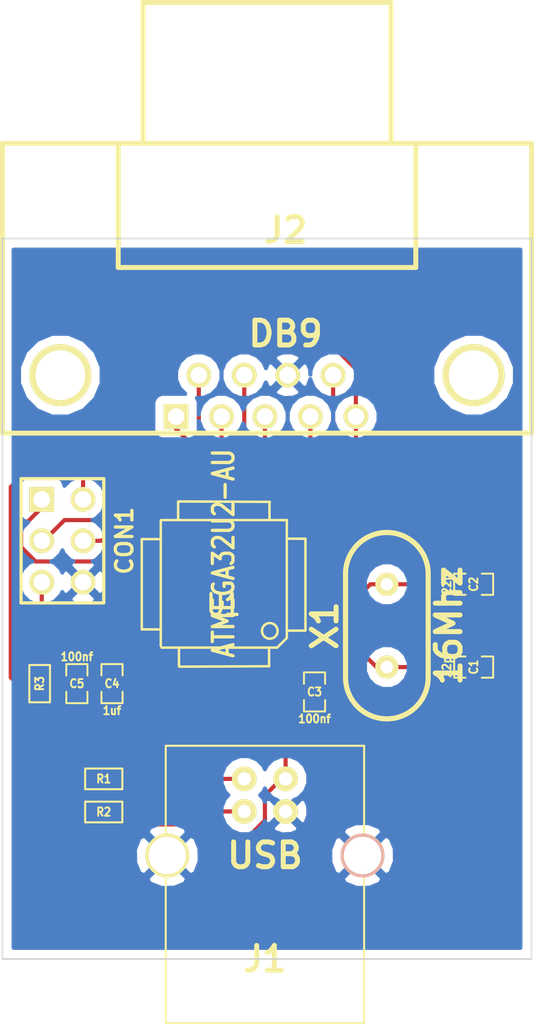
<source format=kicad_pcb>
(kicad_pcb (version 3) (host pcbnew "(22-Jun-2014 BZR 4027)-stable")

  (general
    (links 40)
    (no_connects 0)
    (area 190.703999 106.781599 239.491928 172.402501)
    (thickness 1.6)
    (drawings 9)
    (tracks 124)
    (zones 0)
    (modules 13)
    (nets 21)
  )

  (page A3)
  (layers
    (15 F.Cu signal)
    (0 B.Cu signal)
    (16 B.Adhes user)
    (17 F.Adhes user)
    (18 B.Paste user)
    (19 F.Paste user)
    (20 B.SilkS user)
    (21 F.SilkS user)
    (22 B.Mask user)
    (23 F.Mask user)
    (24 Dwgs.User user)
    (25 Cmts.User user)
    (26 Eco1.User user)
    (27 Eco2.User user)
    (28 Edge.Cuts user)
  )

  (setup
    (last_trace_width 0.254)
    (trace_clearance 0.254)
    (zone_clearance 0.508)
    (zone_45_only no)
    (trace_min 0.254)
    (segment_width 0.2)
    (edge_width 0.1)
    (via_size 0.889)
    (via_drill 0.635)
    (via_min_size 0.889)
    (via_min_drill 0.508)
    (uvia_size 0.508)
    (uvia_drill 0.127)
    (uvias_allowed no)
    (uvia_min_size 0.508)
    (uvia_min_drill 0.127)
    (pcb_text_width 0.3)
    (pcb_text_size 1.5 1.5)
    (mod_edge_width 0.15)
    (mod_text_size 1 1)
    (mod_text_width 0.15)
    (pad_size 1.5 1.5)
    (pad_drill 0.6)
    (pad_to_mask_clearance 0)
    (aux_axis_origin 0 0)
    (visible_elements FFFFFFBF)
    (pcbplotparams
      (layerselection 3178497)
      (usegerberextensions true)
      (excludeedgelayer true)
      (linewidth 0.150000)
      (plotframeref false)
      (viasonmask false)
      (mode 1)
      (useauxorigin false)
      (hpglpennumber 1)
      (hpglpenspeed 20)
      (hpglpendiameter 15)
      (hpglpenoverlay 2)
      (psnegative false)
      (psa4output false)
      (plotreference true)
      (plotvalue true)
      (plotothertext true)
      (plotinvisibletext false)
      (padsonsilk false)
      (subtractmaskfromsilk false)
      (outputformat 1)
      (mirror false)
      (drillshape 1)
      (scaleselection 1)
      (outputdirectory ""))
  )

  (net 0 "")
  (net 1 B_A_BUTTON)
  (net 2 C_START_BUTTON)
  (net 3 DOWN_Y)
  (net 4 GND)
  (net 5 LEFT_X)
  (net 6 MISO)
  (net 7 MOSI)
  (net 8 N-0000029)
  (net 9 N-000003)
  (net 10 N-0000030)
  (net 11 N-0000031)
  (net 12 N-000004)
  (net 13 N-000005)
  (net 14 N-000006)
  (net 15 RESET)
  (net 16 RIGHT_MODE)
  (net 17 SCK)
  (net 18 SELECT_CLK)
  (net 19 UP_Z)
  (net 20 VCC)

  (net_class Default "Ceci est la Netclass par défaut"
    (clearance 0.254)
    (trace_width 0.254)
    (via_dia 0.889)
    (via_drill 0.635)
    (uvia_dia 0.508)
    (uvia_drill 0.127)
    (add_net "")
    (add_net B_A_BUTTON)
    (add_net C_START_BUTTON)
    (add_net DOWN_Y)
    (add_net GND)
    (add_net LEFT_X)
    (add_net MISO)
    (add_net MOSI)
    (add_net N-0000029)
    (add_net N-000003)
    (add_net N-0000030)
    (add_net N-0000031)
    (add_net N-000004)
    (add_net N-000005)
    (add_net N-000006)
    (add_net RESET)
    (add_net RIGHT_MODE)
    (add_net SCK)
    (add_net SELECT_CLK)
    (add_net UP_Z)
    (add_net VCC)
  )

  (module USB_B (layer F.Cu) (tedit 48A935FA) (tstamp 53DD6FF2)
    (at 210.82 159.512)
    (tags USB)
    (path /53DB98C4)
    (fp_text reference J1 (at 0 6.35) (layer F.SilkS)
      (effects (font (size 1.524 1.524) (thickness 0.3048)))
    )
    (fp_text value USB (at 0 0) (layer F.SilkS)
      (effects (font (size 1.524 1.524) (thickness 0.3048)))
    )
    (fp_line (start -6.096 10.287) (end 6.096 10.287) (layer F.SilkS) (width 0.127))
    (fp_line (start 6.096 10.287) (end 6.096 -6.731) (layer F.SilkS) (width 0.127))
    (fp_line (start 6.096 -6.731) (end -6.096 -6.731) (layer F.SilkS) (width 0.127))
    (fp_line (start -6.096 -6.731) (end -6.096 10.287) (layer F.SilkS) (width 0.127))
    (pad 1 thru_hole circle (at 1.27 -4.699) (size 1.524 1.524) (drill 0.8128)
      (layers *.Cu *.Mask F.SilkS)
      (net 20 VCC)
    )
    (pad 2 thru_hole circle (at -1.27 -4.699) (size 1.524 1.524) (drill 0.8128)
      (layers *.Cu *.Mask F.SilkS)
      (net 13 N-000005)
    )
    (pad 3 thru_hole circle (at -1.27 -2.70002) (size 1.524 1.524) (drill 0.8128)
      (layers *.Cu *.Mask F.SilkS)
      (net 14 N-000006)
    )
    (pad 4 thru_hole circle (at 1.27 -2.70002) (size 1.524 1.524) (drill 0.8128)
      (layers *.Cu *.Mask F.SilkS)
      (net 4 GND)
    )
    (pad 5 np_thru_hole circle (at 5.99948 0) (size 2.70002 2.70002) (drill 2.30124)
      (layers *.Cu *.SilkS *.Mask)
      (net 4 GND)
    )
    (pad 6 thru_hole circle (at -5.99948 0) (size 2.70002 2.70002) (drill 2.30124)
      (layers *.Cu *.Mask F.SilkS)
      (net 4 GND)
    )
    (model connectors/USB_type_B.wrl
      (at (xyz 0 0 0.001))
      (scale (xyz 0.3937 0.3937 0.3937))
      (rotate (xyz 0 0 0))
    )
  )

  (module TQFP32 (layer F.Cu) (tedit 53DD7096) (tstamp 53DD7028)
    (at 208.28 142.875 180)
    (path /53DBB1ED)
    (fp_text reference U1 (at 0 -1.27 180) (layer F.SilkS)
      (effects (font (size 1.27 1.016) (thickness 0.2032)))
    )
    (fp_text value ATMEGA32U2-AU (at 0 1.905 270) (layer F.SilkS)
      (effects (font (size 1.27 1.016) (thickness 0.2032)))
    )
    (fp_line (start 5.0292 2.7686) (end 3.8862 2.7686) (layer F.SilkS) (width 0.1524))
    (fp_line (start 5.0292 -2.7686) (end 3.9116 -2.7686) (layer F.SilkS) (width 0.1524))
    (fp_line (start 5.0292 2.7686) (end 5.0292 -2.7686) (layer F.SilkS) (width 0.1524))
    (fp_line (start 2.794 3.9624) (end 2.794 5.0546) (layer F.SilkS) (width 0.1524))
    (fp_line (start -2.8194 3.9878) (end -2.8194 5.0546) (layer F.SilkS) (width 0.1524))
    (fp_line (start -2.8448 5.0546) (end 2.794 5.08) (layer F.SilkS) (width 0.1524))
    (fp_line (start -2.794 -5.0292) (end 2.7178 -5.0546) (layer F.SilkS) (width 0.1524))
    (fp_line (start -3.8862 -3.2766) (end -3.8862 3.9116) (layer F.SilkS) (width 0.1524))
    (fp_line (start 2.7432 -5.0292) (end 2.7432 -3.9878) (layer F.SilkS) (width 0.1524))
    (fp_line (start -3.2512 -3.8862) (end 3.81 -3.8862) (layer F.SilkS) (width 0.1524))
    (fp_line (start 3.8608 3.937) (end 3.8608 -3.7846) (layer F.SilkS) (width 0.1524))
    (fp_line (start -3.8862 3.937) (end 3.7338 3.937) (layer F.SilkS) (width 0.1524))
    (fp_line (start -5.0292 -2.8448) (end -5.0292 2.794) (layer F.SilkS) (width 0.1524))
    (fp_line (start -5.0292 2.794) (end -3.8862 2.794) (layer F.SilkS) (width 0.1524))
    (fp_line (start -3.87604 -3.302) (end -3.29184 -3.8862) (layer F.SilkS) (width 0.1524))
    (fp_line (start -5.02412 -2.8448) (end -3.87604 -2.8448) (layer F.SilkS) (width 0.1524))
    (fp_line (start -2.794 -3.8862) (end -2.794 -5.03428) (layer F.SilkS) (width 0.1524))
    (fp_circle (center -2.83972 -2.86004) (end -2.43332 -2.60604) (layer F.SilkS) (width 0.1524))
    (pad 8 smd rect (at -4.81584 2.77622 180) (size 1.99898 0.44958)
      (layers F.Cu F.Paste F.Mask)
      (net 5 LEFT_X)
    )
    (pad 7 smd rect (at -4.81584 1.97612 180) (size 1.99898 0.44958)
      (layers F.Cu F.Paste F.Mask)
      (net 16 RIGHT_MODE)
    )
    (pad 6 smd rect (at -4.81584 1.17602 180) (size 1.99898 0.44958)
      (layers F.Cu F.Paste F.Mask)
      (net 1 B_A_BUTTON)
    )
    (pad 5 smd rect (at -4.81584 0.37592 180) (size 1.99898 0.44958)
      (layers F.Cu F.Paste F.Mask)
    )
    (pad 4 smd rect (at -4.81584 -0.42418 180) (size 1.99898 0.44958)
      (layers F.Cu F.Paste F.Mask)
      (net 20 VCC)
    )
    (pad 3 smd rect (at -4.81584 -1.22428 180) (size 1.99898 0.44958)
      (layers F.Cu F.Paste F.Mask)
      (net 4 GND)
    )
    (pad 2 smd rect (at -4.81584 -2.02438 180) (size 1.99898 0.44958)
      (layers F.Cu F.Paste F.Mask)
      (net 10 N-0000030)
    )
    (pad 1 smd rect (at -4.81584 -2.82448 180) (size 1.99898 0.44958)
      (layers F.Cu F.Paste F.Mask)
      (net 11 N-0000031)
    )
    (pad 24 smd rect (at 4.7498 -2.8194 180) (size 1.99898 0.44958)
      (layers F.Cu F.Paste F.Mask)
      (net 15 RESET)
    )
    (pad 17 smd rect (at 4.7498 2.794 180) (size 1.99898 0.44958)
      (layers F.Cu F.Paste F.Mask)
      (net 6 MISO)
    )
    (pad 18 smd rect (at 4.7498 1.9812 180) (size 1.99898 0.44958)
      (layers F.Cu F.Paste F.Mask)
    )
    (pad 19 smd rect (at 4.7498 1.1684 180) (size 1.99898 0.44958)
      (layers F.Cu F.Paste F.Mask)
    )
    (pad 20 smd rect (at 4.7498 0.381 180) (size 1.99898 0.44958)
      (layers F.Cu F.Paste F.Mask)
    )
    (pad 21 smd rect (at 4.7498 -0.4318 180) (size 1.99898 0.44958)
      (layers F.Cu F.Paste F.Mask)
    )
    (pad 22 smd rect (at 4.7498 -1.2192 180) (size 1.99898 0.44958)
      (layers F.Cu F.Paste F.Mask)
    )
    (pad 23 smd rect (at 4.7498 -2.032 180) (size 1.99898 0.44958)
      (layers F.Cu F.Paste F.Mask)
    )
    (pad 32 smd rect (at -2.82448 -4.826 180) (size 0.44958 1.99898)
      (layers F.Cu F.Paste F.Mask)
      (net 20 VCC)
    )
    (pad 31 smd rect (at -2.02692 -4.826 180) (size 0.44958 1.99898)
      (layers F.Cu F.Paste F.Mask)
      (net 20 VCC)
    )
    (pad 30 smd rect (at -1.22428 -4.826 180) (size 0.44958 1.99898)
      (layers F.Cu F.Paste F.Mask)
      (net 12 N-000004)
    )
    (pad 29 smd rect (at -0.42672 -4.826 180) (size 0.44958 1.99898)
      (layers F.Cu F.Paste F.Mask)
      (net 8 N-0000029)
    )
    (pad 28 smd rect (at 0.37592 -4.826 180) (size 0.44958 1.99898)
      (layers F.Cu F.Paste F.Mask)
      (net 4 GND)
    )
    (pad 27 smd rect (at 1.17348 -4.826 180) (size 0.44958 1.99898)
      (layers F.Cu F.Paste F.Mask)
      (net 9 N-000003)
    )
    (pad 26 smd rect (at 1.97612 -4.826 180) (size 0.44958 1.99898)
      (layers F.Cu F.Paste F.Mask)
    )
    (pad 25 smd rect (at 2.77368 -4.826 180) (size 0.44958 1.99898)
      (layers F.Cu F.Paste F.Mask)
    )
    (pad 9 smd rect (at -2.8194 4.7752 180) (size 0.44958 1.99898)
      (layers F.Cu F.Paste F.Mask)
      (net 18 SELECT_CLK)
    )
    (pad 10 smd rect (at -2.032 4.7752 180) (size 0.44958 1.99898)
      (layers F.Cu F.Paste F.Mask)
      (net 3 DOWN_Y)
    )
    (pad 11 smd rect (at -1.2192 4.7752 180) (size 0.44958 1.99898)
      (layers F.Cu F.Paste F.Mask)
      (net 2 C_START_BUTTON)
    )
    (pad 12 smd rect (at -0.4318 4.7752 180) (size 0.44958 1.99898)
      (layers F.Cu F.Paste F.Mask)
      (net 19 UP_Z)
    )
    (pad 13 smd rect (at 0.3556 4.7752 180) (size 0.44958 1.99898)
      (layers F.Cu F.Paste F.Mask)
    )
    (pad 14 smd rect (at 1.1684 4.7752 180) (size 0.44958 1.99898)
      (layers F.Cu F.Paste F.Mask)
    )
    (pad 15 smd rect (at 1.9812 4.7752 180) (size 0.44958 1.99898)
      (layers F.Cu F.Paste F.Mask)
      (net 17 SCK)
    )
    (pad 16 smd rect (at 2.794 4.7752 180) (size 0.44958 1.99898)
      (layers F.Cu F.Paste F.Mask)
      (net 7 MOSI)
    )
    (model smd/tqfp32.wrl
      (at (xyz 0 0 0))
      (scale (xyz 1 1 1))
      (rotate (xyz 0 0 0))
    )
  )

  (module SM0603_Capa (layer F.Cu) (tedit 5051B1EC) (tstamp 53DD7034)
    (at 201.422 148.971 90)
    (path /53DC158C)
    (attr smd)
    (fp_text reference C4 (at 0 0 180) (layer F.SilkS)
      (effects (font (size 0.508 0.4572) (thickness 0.1143)))
    )
    (fp_text value 1uf (at -1.651 0 180) (layer F.SilkS)
      (effects (font (size 0.508 0.4572) (thickness 0.1143)))
    )
    (fp_line (start 0.50038 0.65024) (end 1.19888 0.65024) (layer F.SilkS) (width 0.11938))
    (fp_line (start -0.50038 0.65024) (end -1.19888 0.65024) (layer F.SilkS) (width 0.11938))
    (fp_line (start 0.50038 -0.65024) (end 1.19888 -0.65024) (layer F.SilkS) (width 0.11938))
    (fp_line (start -1.19888 -0.65024) (end -0.50038 -0.65024) (layer F.SilkS) (width 0.11938))
    (fp_line (start 1.19888 -0.635) (end 1.19888 0.635) (layer F.SilkS) (width 0.11938))
    (fp_line (start -1.19888 0.635) (end -1.19888 -0.635) (layer F.SilkS) (width 0.11938))
    (pad 1 smd rect (at -0.762 0 90) (size 0.635 1.143)
      (layers F.Cu F.Paste F.Mask)
      (net 4 GND)
    )
    (pad 2 smd rect (at 0.762 0 90) (size 0.635 1.143)
      (layers F.Cu F.Paste F.Mask)
      (net 9 N-000003)
    )
    (model smd\capacitors\C0603.wrl
      (at (xyz 0 0 0.001))
      (scale (xyz 0.5 0.5 0.5))
      (rotate (xyz 0 0 0))
    )
  )

  (module SM0603_Capa (layer F.Cu) (tedit 5051B1EC) (tstamp 53DD7040)
    (at 223.647 147.955)
    (path /53DC159B)
    (attr smd)
    (fp_text reference C1 (at 0 0 90) (layer F.SilkS)
      (effects (font (size 0.508 0.4572) (thickness 0.1143)))
    )
    (fp_text value 22p (at -1.651 0 90) (layer F.SilkS)
      (effects (font (size 0.508 0.4572) (thickness 0.1143)))
    )
    (fp_line (start 0.50038 0.65024) (end 1.19888 0.65024) (layer F.SilkS) (width 0.11938))
    (fp_line (start -0.50038 0.65024) (end -1.19888 0.65024) (layer F.SilkS) (width 0.11938))
    (fp_line (start 0.50038 -0.65024) (end 1.19888 -0.65024) (layer F.SilkS) (width 0.11938))
    (fp_line (start -1.19888 -0.65024) (end -0.50038 -0.65024) (layer F.SilkS) (width 0.11938))
    (fp_line (start 1.19888 -0.635) (end 1.19888 0.635) (layer F.SilkS) (width 0.11938))
    (fp_line (start -1.19888 0.635) (end -1.19888 -0.635) (layer F.SilkS) (width 0.11938))
    (pad 1 smd rect (at -0.762 0) (size 0.635 1.143)
      (layers F.Cu F.Paste F.Mask)
      (net 11 N-0000031)
    )
    (pad 2 smd rect (at 0.762 0) (size 0.635 1.143)
      (layers F.Cu F.Paste F.Mask)
      (net 4 GND)
    )
    (model smd\capacitors\C0603.wrl
      (at (xyz 0 0 0.001))
      (scale (xyz 0.5 0.5 0.5))
      (rotate (xyz 0 0 0))
    )
  )

  (module SM0603_Capa (layer F.Cu) (tedit 5051B1EC) (tstamp 53DD704C)
    (at 223.647 142.875)
    (path /53DC15AA)
    (attr smd)
    (fp_text reference C2 (at 0 0 90) (layer F.SilkS)
      (effects (font (size 0.508 0.4572) (thickness 0.1143)))
    )
    (fp_text value 22p (at -1.651 0 90) (layer F.SilkS)
      (effects (font (size 0.508 0.4572) (thickness 0.1143)))
    )
    (fp_line (start 0.50038 0.65024) (end 1.19888 0.65024) (layer F.SilkS) (width 0.11938))
    (fp_line (start -0.50038 0.65024) (end -1.19888 0.65024) (layer F.SilkS) (width 0.11938))
    (fp_line (start 0.50038 -0.65024) (end 1.19888 -0.65024) (layer F.SilkS) (width 0.11938))
    (fp_line (start -1.19888 -0.65024) (end -0.50038 -0.65024) (layer F.SilkS) (width 0.11938))
    (fp_line (start 1.19888 -0.635) (end 1.19888 0.635) (layer F.SilkS) (width 0.11938))
    (fp_line (start -1.19888 0.635) (end -1.19888 -0.635) (layer F.SilkS) (width 0.11938))
    (pad 1 smd rect (at -0.762 0) (size 0.635 1.143)
      (layers F.Cu F.Paste F.Mask)
      (net 10 N-0000030)
    )
    (pad 2 smd rect (at 0.762 0) (size 0.635 1.143)
      (layers F.Cu F.Paste F.Mask)
      (net 4 GND)
    )
    (model smd\capacitors\C0603.wrl
      (at (xyz 0 0 0.001))
      (scale (xyz 0.5 0.5 0.5))
      (rotate (xyz 0 0 0))
    )
  )

  (module SM0603_Capa (layer F.Cu) (tedit 5051B1EC) (tstamp 53DD7058)
    (at 213.868 149.479 90)
    (path /53DD214D)
    (attr smd)
    (fp_text reference C3 (at 0 0 180) (layer F.SilkS)
      (effects (font (size 0.508 0.4572) (thickness 0.1143)))
    )
    (fp_text value 100nf (at -1.651 0 180) (layer F.SilkS)
      (effects (font (size 0.508 0.4572) (thickness 0.1143)))
    )
    (fp_line (start 0.50038 0.65024) (end 1.19888 0.65024) (layer F.SilkS) (width 0.11938))
    (fp_line (start -0.50038 0.65024) (end -1.19888 0.65024) (layer F.SilkS) (width 0.11938))
    (fp_line (start 0.50038 -0.65024) (end 1.19888 -0.65024) (layer F.SilkS) (width 0.11938))
    (fp_line (start -1.19888 -0.65024) (end -0.50038 -0.65024) (layer F.SilkS) (width 0.11938))
    (fp_line (start 1.19888 -0.635) (end 1.19888 0.635) (layer F.SilkS) (width 0.11938))
    (fp_line (start -1.19888 0.635) (end -1.19888 -0.635) (layer F.SilkS) (width 0.11938))
    (pad 1 smd rect (at -0.762 0 90) (size 0.635 1.143)
      (layers F.Cu F.Paste F.Mask)
      (net 4 GND)
    )
    (pad 2 smd rect (at 0.762 0 90) (size 0.635 1.143)
      (layers F.Cu F.Paste F.Mask)
      (net 20 VCC)
    )
    (model smd\capacitors\C0603.wrl
      (at (xyz 0 0 0.001))
      (scale (xyz 0.5 0.5 0.5))
      (rotate (xyz 0 0 0))
    )
  )

  (module SM0603 (layer F.Cu) (tedit 53E0FB32) (tstamp 53E0FB61)
    (at 200.914 154.813 180)
    (path /53DBBAFE)
    (attr smd)
    (fp_text reference R1 (at 0 0 180) (layer F.SilkS)
      (effects (font (size 0.508 0.4572) (thickness 0.1143)))
    )
    (fp_text value 22ohms (at 0 0 180) (layer F.SilkS) hide
      (effects (font (size 0.508 0.4572) (thickness 0.1143)))
    )
    (fp_line (start -1.143 -0.635) (end 1.143 -0.635) (layer F.SilkS) (width 0.127))
    (fp_line (start 1.143 -0.635) (end 1.143 0.635) (layer F.SilkS) (width 0.127))
    (fp_line (start 1.143 0.635) (end -1.143 0.635) (layer F.SilkS) (width 0.127))
    (fp_line (start -1.143 0.635) (end -1.143 -0.635) (layer F.SilkS) (width 0.127))
    (pad 1 smd rect (at -0.762 0 180) (size 0.635 1.143)
      (layers F.Cu F.Paste F.Mask)
      (net 13 N-000005)
    )
    (pad 2 smd rect (at 0.762 0 180) (size 0.635 1.143)
      (layers F.Cu F.Paste F.Mask)
      (net 12 N-000004)
    )
    (model smd\resistors\R0603.wrl
      (at (xyz 0 0 0.001))
      (scale (xyz 0.5 0.5 0.5))
      (rotate (xyz 0 0 0))
    )
  )

  (module SM0603 (layer F.Cu) (tedit 4E43A3D1) (tstamp 53DD706C)
    (at 200.914 156.845 180)
    (path /53DBBB0D)
    (attr smd)
    (fp_text reference R2 (at 0 0 180) (layer F.SilkS)
      (effects (font (size 0.508 0.4572) (thickness 0.1143)))
    )
    (fp_text value 22ohms (at 0 0 180) (layer F.SilkS) hide
      (effects (font (size 0.508 0.4572) (thickness 0.1143)))
    )
    (fp_line (start -1.143 -0.635) (end 1.143 -0.635) (layer F.SilkS) (width 0.127))
    (fp_line (start 1.143 -0.635) (end 1.143 0.635) (layer F.SilkS) (width 0.127))
    (fp_line (start 1.143 0.635) (end -1.143 0.635) (layer F.SilkS) (width 0.127))
    (fp_line (start -1.143 0.635) (end -1.143 -0.635) (layer F.SilkS) (width 0.127))
    (pad 1 smd rect (at -0.762 0 180) (size 0.635 1.143)
      (layers F.Cu F.Paste F.Mask)
      (net 14 N-000006)
    )
    (pad 2 smd rect (at 0.762 0 180) (size 0.635 1.143)
      (layers F.Cu F.Paste F.Mask)
      (net 8 N-0000029)
    )
    (model smd\resistors\R0603.wrl
      (at (xyz 0 0 0.001))
      (scale (xyz 0.5 0.5 0.5))
      (rotate (xyz 0 0 0))
    )
  )

  (module SM0603 (layer F.Cu) (tedit 4E43A3D1) (tstamp 53DD7076)
    (at 196.977 148.971 90)
    (path /53DC1CB7)
    (attr smd)
    (fp_text reference R3 (at 0 0 90) (layer F.SilkS)
      (effects (font (size 0.508 0.4572) (thickness 0.1143)))
    )
    (fp_text value 10K (at 0 0 90) (layer F.SilkS) hide
      (effects (font (size 0.508 0.4572) (thickness 0.1143)))
    )
    (fp_line (start -1.143 -0.635) (end 1.143 -0.635) (layer F.SilkS) (width 0.127))
    (fp_line (start 1.143 -0.635) (end 1.143 0.635) (layer F.SilkS) (width 0.127))
    (fp_line (start 1.143 0.635) (end -1.143 0.635) (layer F.SilkS) (width 0.127))
    (fp_line (start -1.143 0.635) (end -1.143 -0.635) (layer F.SilkS) (width 0.127))
    (pad 1 smd rect (at -0.762 0 90) (size 0.635 1.143)
      (layers F.Cu F.Paste F.Mask)
      (net 20 VCC)
    )
    (pad 2 smd rect (at 0.762 0 90) (size 0.635 1.143)
      (layers F.Cu F.Paste F.Mask)
      (net 15 RESET)
    )
    (model smd\resistors\R0603.wrl
      (at (xyz 0 0 0.001))
      (scale (xyz 0.5 0.5 0.5))
      (rotate (xyz 0 0 0))
    )
  )

  (module pin_array_3x2 (layer F.Cu) (tedit 42931587) (tstamp 53DD7084)
    (at 198.374 140.208 270)
    (descr "Double rangee de contacts 2 x 4 pins")
    (tags CONN)
    (path /53DC1AF4)
    (fp_text reference CON1 (at 0 -3.81 270) (layer F.SilkS)
      (effects (font (size 1.016 1.016) (thickness 0.2032)))
    )
    (fp_text value AVR-ISP6 (at 0 3.81 270) (layer F.SilkS) hide
      (effects (font (size 1.016 1.016) (thickness 0.2032)))
    )
    (fp_line (start 3.81 2.54) (end -3.81 2.54) (layer F.SilkS) (width 0.2032))
    (fp_line (start -3.81 -2.54) (end 3.81 -2.54) (layer F.SilkS) (width 0.2032))
    (fp_line (start 3.81 -2.54) (end 3.81 2.54) (layer F.SilkS) (width 0.2032))
    (fp_line (start -3.81 2.54) (end -3.81 -2.54) (layer F.SilkS) (width 0.2032))
    (pad 1 thru_hole rect (at -2.54 1.27 270) (size 1.524 1.524) (drill 1.016)
      (layers *.Cu *.Mask F.SilkS)
      (net 6 MISO)
    )
    (pad 2 thru_hole circle (at -2.54 -1.27 270) (size 1.524 1.524) (drill 1.016)
      (layers *.Cu *.Mask F.SilkS)
      (net 20 VCC)
    )
    (pad 3 thru_hole circle (at 0 1.27 270) (size 1.524 1.524) (drill 1.016)
      (layers *.Cu *.Mask F.SilkS)
      (net 17 SCK)
    )
    (pad 4 thru_hole circle (at 0 -1.27 270) (size 1.524 1.524) (drill 1.016)
      (layers *.Cu *.Mask F.SilkS)
      (net 7 MOSI)
    )
    (pad 5 thru_hole circle (at 2.54 1.27 270) (size 1.524 1.524) (drill 1.016)
      (layers *.Cu *.Mask F.SilkS)
      (net 15 RESET)
    )
    (pad 6 thru_hole circle (at 2.54 -1.27 270) (size 1.524 1.524) (drill 1.016)
      (layers *.Cu *.Mask F.SilkS)
      (net 4 GND)
    )
    (model pin_array/pins_array_3x2.wrl
      (at (xyz 0 0 0))
      (scale (xyz 1 1 1))
      (rotate (xyz 0 0 0))
    )
  )

  (module HC-49V (layer F.Cu) (tedit 4C5EC450) (tstamp 53DD7090)
    (at 218.313 145.415 90)
    (descr "Quartz boitier HC-49 Vertical")
    (tags "QUARTZ DEV")
    (path /53DBBAE1)
    (autoplace_cost180 10)
    (fp_text reference X1 (at 0 -3.81 90) (layer F.SilkS)
      (effects (font (size 1.524 1.524) (thickness 0.3048)))
    )
    (fp_text value 16Mhz (at 0 3.81 90) (layer F.SilkS)
      (effects (font (size 1.524 1.524) (thickness 0.3048)))
    )
    (fp_line (start -3.175 2.54) (end 3.175 2.54) (layer F.SilkS) (width 0.3175))
    (fp_line (start -3.175 -2.54) (end 3.175 -2.54) (layer F.SilkS) (width 0.3175))
    (fp_arc (start 3.175 0) (end 3.175 -2.54) (angle 90) (layer F.SilkS) (width 0.3175))
    (fp_arc (start 3.175 0) (end 5.715 0) (angle 90) (layer F.SilkS) (width 0.3175))
    (fp_arc (start -3.175 0) (end -5.715 0) (angle 90) (layer F.SilkS) (width 0.3175))
    (fp_arc (start -3.175 0) (end -3.175 2.54) (angle 90) (layer F.SilkS) (width 0.3175))
    (pad 1 thru_hole circle (at -2.54 0 90) (size 1.4224 1.4224) (drill 0.762)
      (layers *.Cu *.Mask F.SilkS)
      (net 11 N-0000031)
    )
    (pad 2 thru_hole circle (at 2.54 0 90) (size 1.4224 1.4224) (drill 0.762)
      (layers *.Cu *.Mask F.SilkS)
      (net 10 N-0000030)
    )
    (model discret/xtal/crystal_hc18u_vertical.wrl
      (at (xyz 0 0 0))
      (scale (xyz 1 1 0.2))
      (rotate (xyz 0 0 0))
    )
  )

  (module SM0603_Capa (layer F.Cu) (tedit 5051B1EC) (tstamp 53DE7E6D)
    (at 199.263 148.971 270)
    (path /53DE7D03)
    (attr smd)
    (fp_text reference C5 (at 0 0 360) (layer F.SilkS)
      (effects (font (size 0.508 0.4572) (thickness 0.1143)))
    )
    (fp_text value 100nf (at -1.651 0 360) (layer F.SilkS)
      (effects (font (size 0.508 0.4572) (thickness 0.1143)))
    )
    (fp_line (start 0.50038 0.65024) (end 1.19888 0.65024) (layer F.SilkS) (width 0.11938))
    (fp_line (start -0.50038 0.65024) (end -1.19888 0.65024) (layer F.SilkS) (width 0.11938))
    (fp_line (start 0.50038 -0.65024) (end 1.19888 -0.65024) (layer F.SilkS) (width 0.11938))
    (fp_line (start -1.19888 -0.65024) (end -0.50038 -0.65024) (layer F.SilkS) (width 0.11938))
    (fp_line (start 1.19888 -0.635) (end 1.19888 0.635) (layer F.SilkS) (width 0.11938))
    (fp_line (start -1.19888 0.635) (end -1.19888 -0.635) (layer F.SilkS) (width 0.11938))
    (pad 1 smd rect (at -0.762 0 270) (size 0.635 1.143)
      (layers F.Cu F.Paste F.Mask)
      (net 15 RESET)
    )
    (pad 2 smd rect (at 0.762 0 270) (size 0.635 1.143)
      (layers F.Cu F.Paste F.Mask)
      (net 4 GND)
    )
    (model smd\capacitors\C0603.wrl
      (at (xyz 0 0 0.001))
      (scale (xyz 0.5 0.5 0.5))
      (rotate (xyz 0 0 0))
    )
  )

  (module DB9FC (layer F.Cu) (tedit 200000) (tstamp 53DEF440)
    (at 210.82 131.318)
    (descr "Connecteur DB9 femelle couche")
    (tags "CONN DB9")
    (path /53DEED88)
    (fp_text reference J2 (at 1.27 -10.16) (layer F.SilkS)
      (effects (font (size 1.524 1.524) (thickness 0.3048)))
    )
    (fp_text value DB9 (at 1.27 -3.81) (layer F.SilkS)
      (effects (font (size 1.524 1.524) (thickness 0.3048)))
    )
    (fp_line (start -16.129 2.286) (end 16.383 2.286) (layer F.SilkS) (width 0.3048))
    (fp_line (start 16.383 2.286) (end 16.383 -15.494) (layer F.SilkS) (width 0.3048))
    (fp_line (start 16.383 -15.494) (end -16.129 -15.494) (layer F.SilkS) (width 0.3048))
    (fp_line (start -16.129 -15.494) (end -16.129 2.286) (layer F.SilkS) (width 0.3048))
    (fp_line (start -9.017 -15.494) (end -9.017 -7.874) (layer F.SilkS) (width 0.3048))
    (fp_line (start -9.017 -7.874) (end 9.271 -7.874) (layer F.SilkS) (width 0.3048))
    (fp_line (start 9.271 -7.874) (end 9.271 -15.494) (layer F.SilkS) (width 0.3048))
    (fp_line (start -7.493 -15.494) (end -7.493 -24.13) (layer F.SilkS) (width 0.3048))
    (fp_line (start -7.493 -24.13) (end 7.747 -24.13) (layer F.SilkS) (width 0.3048))
    (fp_line (start 7.747 -24.13) (end 7.747 -15.494) (layer F.SilkS) (width 0.3048))
    (pad "" thru_hole circle (at 12.827 -1.27) (size 3.81 3.81) (drill 3.048)
      (layers *.Cu *.Mask F.SilkS)
    )
    (pad "" thru_hole circle (at -12.573 -1.27) (size 3.81 3.81) (drill 3.048)
      (layers *.Cu *.Mask F.SilkS)
    )
    (pad 1 thru_hole rect (at -5.461 1.27) (size 1.524 1.524) (drill 1.016)
      (layers *.Cu *.Mask F.SilkS)
      (net 19 UP_Z)
    )
    (pad 2 thru_hole circle (at -2.667 1.27) (size 1.524 1.524) (drill 1.016)
      (layers *.Cu *.Mask F.SilkS)
      (net 3 DOWN_Y)
    )
    (pad 3 thru_hole circle (at 0 1.27) (size 1.524 1.524) (drill 1.016)
      (layers *.Cu *.Mask F.SilkS)
      (net 5 LEFT_X)
    )
    (pad 4 thru_hole circle (at 2.794 1.27) (size 1.524 1.524) (drill 1.016)
      (layers *.Cu *.Mask F.SilkS)
      (net 16 RIGHT_MODE)
    )
    (pad 5 thru_hole circle (at 5.588 1.27) (size 1.524 1.524) (drill 1.016)
      (layers *.Cu *.Mask F.SilkS)
      (net 20 VCC)
    )
    (pad 6 thru_hole circle (at -4.064 -1.27) (size 1.524 1.524) (drill 1.016)
      (layers *.Cu *.Mask F.SilkS)
      (net 2 C_START_BUTTON)
    )
    (pad 7 thru_hole circle (at -1.27 -1.27) (size 1.524 1.524) (drill 1.016)
      (layers *.Cu *.Mask F.SilkS)
      (net 18 SELECT_CLK)
    )
    (pad 8 thru_hole circle (at 1.397 -1.27) (size 1.524 1.524) (drill 1.016)
      (layers *.Cu *.Mask F.SilkS)
      (net 4 GND)
    )
    (pad 9 thru_hole circle (at 4.191 -1.27) (size 1.524 1.524) (drill 1.016)
      (layers *.Cu *.Mask F.SilkS)
      (net 1 B_A_BUTTON)
    )
    (model conn_DBxx/db9_female_pin90deg.wrl
      (at (xyz 0 0 0))
      (scale (xyz 1 1 1))
      (rotate (xyz 0 0 0))
    )
  )

  (gr_line (start 194.691 121.666) (end 194.691 121.793) (angle 90) (layer Edge.Cuts) (width 0.1))
  (gr_line (start 227.203 121.666) (end 194.691 121.666) (angle 90) (layer Edge.Cuts) (width 0.1))
  (gr_line (start 227.203 121.793) (end 227.203 121.666) (angle 90) (layer Edge.Cuts) (width 0.1))
  (gr_line (start 227.203 165.862) (end 227.203 121.793) (angle 90) (layer Edge.Cuts) (width 0.1))
  (gr_line (start 194.691 165.862) (end 227.203 165.862) (angle 90) (layer Edge.Cuts) (width 0.1))
  (gr_line (start 194.691 121.666) (end 194.691 165.862) (angle 90) (layer Edge.Cuts) (width 0.1))
  (gr_text "Copyright 2014 antoine terrienne" (at 223.774 158.877 90) (layer F.Cu)
    (effects (font (size 0.5 0.5) (thickness 0.125)))
  )
  (gr_text https://github.com/letoine/MegadriveControllerToUSB (at 226.187 154.94 90) (layer F.Cu)
    (effects (font (size 0.5 0.5) (thickness 0.125)))
  )
  (gr_text "MegadriveControllerToUSB v1.0" (at 225.044 159.385 90) (layer F.Cu)
    (effects (font (size 0.5 0.5) (thickness 0.125)))
  )

  (segment (start 213.09584 141.69898) (end 214.40902 141.69898) (width 0.254) (layer F.Cu) (net 1))
  (segment (start 215.011 134.239) (end 215.011 130.048) (width 0.254) (layer F.Cu) (net 1) (tstamp 53E0FDFF))
  (segment (start 215.265 134.493) (end 215.011 134.239) (width 0.254) (layer F.Cu) (net 1) (tstamp 53E0FDFC))
  (segment (start 215.265 140.843) (end 215.265 134.493) (width 0.254) (layer F.Cu) (net 1) (tstamp 53E0FDF6))
  (segment (start 214.40902 141.69898) (end 215.265 140.843) (width 0.254) (layer F.Cu) (net 1) (tstamp 53E0FDF5))
  (segment (start 209.4992 138.0998) (end 209.4992 136.4742) (width 0.254) (layer F.Cu) (net 2))
  (segment (start 206.756 133.731) (end 206.756 130.048) (width 0.254) (layer F.Cu) (net 2) (tstamp 53E0FDC2))
  (segment (start 209.4992 136.4742) (end 206.756 133.731) (width 0.254) (layer F.Cu) (net 2) (tstamp 53E0FDB9))
  (segment (start 210.312 138.0998) (end 210.312 136.398) (width 0.254) (layer F.Cu) (net 3))
  (segment (start 208.153 134.239) (end 208.153 132.588) (width 0.254) (layer F.Cu) (net 3) (tstamp 53E0FDCB))
  (segment (start 210.312 136.398) (end 208.153 134.239) (width 0.254) (layer F.Cu) (net 3) (tstamp 53E0FDC6))
  (segment (start 213.09584 144.09928) (end 215.05672 144.09928) (width 0.254) (layer F.Cu) (net 4))
  (segment (start 224.409 141.732) (end 224.409 142.875) (width 0.254) (layer F.Cu) (net 4) (tstamp 53E0FD12))
  (segment (start 224.155 141.478) (end 224.409 141.732) (width 0.254) (layer F.Cu) (net 4) (tstamp 53E0FD0F))
  (segment (start 217.678 141.478) (end 224.155 141.478) (width 0.254) (layer F.Cu) (net 4) (tstamp 53E0FD0B))
  (segment (start 215.05672 144.09928) (end 217.678 141.478) (width 0.254) (layer F.Cu) (net 4) (tstamp 53E0FD06))
  (segment (start 207.90408 147.701) (end 207.90408 146.29892) (width 0.254) (layer F.Cu) (net 4))
  (segment (start 210.10372 144.09928) (end 213.09584 144.09928) (width 0.254) (layer F.Cu) (net 4) (tstamp 53E0FD02))
  (segment (start 207.90408 146.29892) (end 210.10372 144.09928) (width 0.254) (layer F.Cu) (net 4) (tstamp 53E0FCFE))
  (segment (start 207.90408 147.701) (end 207.90408 149.34692) (width 0.254) (layer F.Cu) (net 4))
  (segment (start 203.073 149.733) (end 201.422 149.733) (width 0.254) (layer F.Cu) (net 4) (tstamp 53E0FCDF))
  (segment (start 203.327 149.987) (end 203.073 149.733) (width 0.254) (layer F.Cu) (net 4) (tstamp 53E0FCDB))
  (segment (start 207.264 149.987) (end 203.327 149.987) (width 0.254) (layer F.Cu) (net 4) (tstamp 53E0FCD4))
  (segment (start 207.90408 149.34692) (end 207.264 149.987) (width 0.254) (layer F.Cu) (net 4) (tstamp 53E0FCD2))
  (segment (start 199.263 149.733) (end 201.422 149.733) (width 0.254) (layer F.Cu) (net 4))
  (segment (start 224.409 147.955) (end 224.409 142.875) (width 0.254) (layer F.Cu) (net 4))
  (segment (start 213.868 150.241) (end 223.266 150.241) (width 0.254) (layer F.Cu) (net 4))
  (segment (start 224.409 149.098) (end 224.409 147.955) (width 0.254) (layer F.Cu) (net 4) (tstamp 53E0FC3B))
  (segment (start 223.266 150.241) (end 224.409 149.098) (width 0.254) (layer F.Cu) (net 4) (tstamp 53E0FC38))
  (segment (start 213.868 150.241) (end 213.868 155.03398) (width 0.254) (layer F.Cu) (net 4))
  (segment (start 213.868 155.03398) (end 212.09 156.81198) (width 0.254) (layer F.Cu) (net 4) (tstamp 53E0FC34))
  (segment (start 213.09584 140.09878) (end 213.09584 137.53084) (width 0.254) (layer F.Cu) (net 5))
  (segment (start 210.82 135.255) (end 210.82 132.588) (width 0.254) (layer F.Cu) (net 5) (tstamp 53E0FDDD))
  (segment (start 213.09584 137.53084) (end 210.82 135.255) (width 0.254) (layer F.Cu) (net 5) (tstamp 53E0FDD7))
  (segment (start 197.104 137.668) (end 197.104 138.176) (width 0.254) (layer F.Cu) (net 6))
  (segment (start 201.93 140.081) (end 203.5302 140.081) (width 0.254) (layer F.Cu) (net 6) (tstamp 53E0FD65))
  (segment (start 200.533 141.478) (end 201.93 140.081) (width 0.254) (layer F.Cu) (net 6) (tstamp 53E0FD62))
  (segment (start 196.723 141.478) (end 200.533 141.478) (width 0.254) (layer F.Cu) (net 6) (tstamp 53E0FD5B))
  (segment (start 195.834 140.589) (end 196.723 141.478) (width 0.254) (layer F.Cu) (net 6) (tstamp 53E0FD52))
  (segment (start 195.834 139.446) (end 195.834 140.589) (width 0.254) (layer F.Cu) (net 6) (tstamp 53E0FD4F))
  (segment (start 197.104 138.176) (end 195.834 139.446) (width 0.254) (layer F.Cu) (net 6) (tstamp 53E0FD49))
  (segment (start 199.644 140.208) (end 200.787 140.208) (width 0.254) (layer F.Cu) (net 7))
  (segment (start 202.8952 138.0998) (end 205.486 138.0998) (width 0.254) (layer F.Cu) (net 7) (tstamp 53E0FD75))
  (segment (start 200.787 140.208) (end 202.8952 138.0998) (width 0.254) (layer F.Cu) (net 7) (tstamp 53E0FD6C))
  (segment (start 200.152 156.845) (end 199.898 156.845) (width 0.254) (layer F.Cu) (net 8))
  (segment (start 208.70672 152.48128) (end 208.70672 147.701) (width 0.254) (layer F.Cu) (net 8) (tstamp 53E0FBD8))
  (segment (start 208.28 152.908) (end 208.70672 152.48128) (width 0.254) (layer F.Cu) (net 8) (tstamp 53E0FBD7))
  (segment (start 200.406 152.908) (end 208.28 152.908) (width 0.254) (layer F.Cu) (net 8) (tstamp 53E0FBD3))
  (segment (start 199.136 154.178) (end 200.406 152.908) (width 0.254) (layer F.Cu) (net 8) (tstamp 53E0FBCF))
  (segment (start 199.136 156.083) (end 199.136 154.178) (width 0.254) (layer F.Cu) (net 8) (tstamp 53E0FBCB))
  (segment (start 199.898 156.845) (end 199.136 156.083) (width 0.254) (layer F.Cu) (net 8) (tstamp 53E0FBC8))
  (segment (start 201.422 148.209) (end 202.946 148.209) (width 0.254) (layer F.Cu) (net 9))
  (segment (start 207.10652 148.87448) (end 207.10652 147.701) (width 0.254) (layer F.Cu) (net 9) (tstamp 53E0FCCD))
  (segment (start 206.629 149.352) (end 207.10652 148.87448) (width 0.254) (layer F.Cu) (net 9) (tstamp 53E0FCCC))
  (segment (start 204.089 149.352) (end 206.629 149.352) (width 0.254) (layer F.Cu) (net 9) (tstamp 53E0FCC8))
  (segment (start 202.946 148.209) (end 204.089 149.352) (width 0.254) (layer F.Cu) (net 9) (tstamp 53E0FCBF))
  (segment (start 218.313 142.875) (end 217.297 142.875) (width 0.254) (layer F.Cu) (net 10))
  (segment (start 215.27262 144.89938) (end 213.09584 144.89938) (width 0.254) (layer F.Cu) (net 10) (tstamp 53E0FC4B))
  (segment (start 217.297 142.875) (end 215.27262 144.89938) (width 0.254) (layer F.Cu) (net 10) (tstamp 53E0FC45))
  (segment (start 222.885 142.875) (end 218.313 142.875) (width 0.254) (layer F.Cu) (net 10))
  (segment (start 218.313 147.955) (end 217.678 147.955) (width 0.254) (layer F.Cu) (net 11))
  (segment (start 215.42248 145.69948) (end 213.09584 145.69948) (width 0.254) (layer F.Cu) (net 11) (tstamp 53E0FC50))
  (segment (start 217.678 147.955) (end 215.42248 145.69948) (width 0.254) (layer F.Cu) (net 11) (tstamp 53E0FC4F))
  (segment (start 222.885 147.955) (end 218.313 147.955) (width 0.254) (layer F.Cu) (net 11))
  (segment (start 200.152 154.813) (end 200.152 154.051) (width 0.254) (layer F.Cu) (net 12))
  (segment (start 209.50428 152.82672) (end 209.50428 147.701) (width 0.254) (layer F.Cu) (net 12) (tstamp 53E0FBC5))
  (segment (start 208.788 153.543) (end 209.50428 152.82672) (width 0.254) (layer F.Cu) (net 12) (tstamp 53E0FBC4))
  (segment (start 200.66 153.543) (end 208.788 153.543) (width 0.254) (layer F.Cu) (net 12) (tstamp 53E0FBC3))
  (segment (start 200.152 154.051) (end 200.66 153.543) (width 0.254) (layer F.Cu) (net 12) (tstamp 53E0FBC2))
  (segment (start 209.55 154.813) (end 201.676 154.813) (width 0.254) (layer F.Cu) (net 13))
  (segment (start 209.55 156.81198) (end 201.70902 156.81198) (width 0.254) (layer F.Cu) (net 14))
  (segment (start 201.70902 156.81198) (end 201.676 156.845) (width 0.254) (layer F.Cu) (net 14) (tstamp 53E0FBBF))
  (segment (start 197.104 142.748) (end 197.104 148.082) (width 0.254) (layer F.Cu) (net 15))
  (segment (start 197.104 148.082) (end 196.977 148.209) (width 0.254) (layer F.Cu) (net 15) (tstamp 53E0FCAE))
  (segment (start 196.977 148.209) (end 199.263 148.209) (width 0.254) (layer F.Cu) (net 15))
  (segment (start 199.263 148.209) (end 201.7776 145.6944) (width 0.254) (layer F.Cu) (net 15) (tstamp 53E0FC5D))
  (segment (start 201.7776 145.6944) (end 203.5302 145.6944) (width 0.254) (layer F.Cu) (net 15) (tstamp 53E0FC5E))
  (segment (start 213.09584 140.89888) (end 214.44712 140.89888) (width 0.254) (layer F.Cu) (net 16))
  (segment (start 213.614 136.779) (end 213.614 132.588) (width 0.254) (layer F.Cu) (net 16) (tstamp 53E0FDF1))
  (segment (start 214.63 137.795) (end 213.614 136.779) (width 0.254) (layer F.Cu) (net 16) (tstamp 53E0FDEB))
  (segment (start 214.63 140.716) (end 214.63 137.795) (width 0.254) (layer F.Cu) (net 16) (tstamp 53E0FDE6))
  (segment (start 214.44712 140.89888) (end 214.63 140.716) (width 0.254) (layer F.Cu) (net 16) (tstamp 53E0FDE1))
  (segment (start 197.104 140.208) (end 197.231 140.208) (width 0.254) (layer F.Cu) (net 17))
  (segment (start 206.2988 136.9568) (end 206.2988 138.0998) (width 0.254) (layer F.Cu) (net 17) (tstamp 53E0FD8A))
  (segment (start 205.74 136.398) (end 206.2988 136.9568) (width 0.254) (layer F.Cu) (net 17) (tstamp 53E0FD89))
  (segment (start 203.708 136.398) (end 205.74 136.398) (width 0.254) (layer F.Cu) (net 17) (tstamp 53E0FD85))
  (segment (start 201.168 138.938) (end 203.708 136.398) (width 0.254) (layer F.Cu) (net 17) (tstamp 53E0FD80))
  (segment (start 198.501 138.938) (end 201.168 138.938) (width 0.254) (layer F.Cu) (net 17) (tstamp 53E0FD7C))
  (segment (start 197.231 140.208) (end 198.501 138.938) (width 0.254) (layer F.Cu) (net 17) (tstamp 53E0FD7A))
  (segment (start 211.0994 138.0998) (end 211.0994 136.2964) (width 0.254) (layer F.Cu) (net 18))
  (segment (start 209.55 134.747) (end 209.55 130.048) (width 0.254) (layer F.Cu) (net 18) (tstamp 53E0FDD3))
  (segment (start 211.0994 136.2964) (end 209.55 134.747) (width 0.254) (layer F.Cu) (net 18) (tstamp 53E0FDD0))
  (segment (start 208.7118 138.0998) (end 208.7118 136.7028) (width 0.254) (layer F.Cu) (net 19))
  (segment (start 205.359 133.35) (end 205.359 132.588) (width 0.254) (layer F.Cu) (net 19) (tstamp 53E0FDB2))
  (segment (start 208.7118 136.7028) (end 205.359 133.35) (width 0.254) (layer F.Cu) (net 19) (tstamp 53E0FDAC))
  (segment (start 196.977 149.733) (end 196.342 149.733) (width 0.254) (layer F.Cu) (net 20))
  (segment (start 196.977 135.128) (end 199.644 135.128) (width 0.254) (layer F.Cu) (net 20) (tstamp 53E0FEAC))
  (segment (start 195.199 136.906) (end 196.977 135.128) (width 0.254) (layer F.Cu) (net 20) (tstamp 53E0FEA7))
  (segment (start 195.199 148.59) (end 195.199 136.906) (width 0.254) (layer F.Cu) (net 20) (tstamp 53E0FE98))
  (segment (start 196.342 149.733) (end 195.199 148.59) (width 0.254) (layer F.Cu) (net 20) (tstamp 53E0FE96))
  (segment (start 212.09 154.813) (end 211.836 154.813) (width 0.254) (layer F.Cu) (net 20))
  (segment (start 196.977 156.083) (end 196.977 149.733) (width 0.254) (layer F.Cu) (net 20) (tstamp 53E0FE83))
  (segment (start 199.136 158.242) (end 196.977 156.083) (width 0.254) (layer F.Cu) (net 20) (tstamp 53E0FE77))
  (segment (start 203.2 158.242) (end 199.136 158.242) (width 0.254) (layer F.Cu) (net 20) (tstamp 53E0FE68))
  (segment (start 203.835 157.607) (end 203.2 158.242) (width 0.254) (layer F.Cu) (net 20) (tstamp 53E0FE63))
  (segment (start 205.994 157.607) (end 203.835 157.607) (width 0.254) (layer F.Cu) (net 20) (tstamp 53E0FE5F))
  (segment (start 206.629 158.242) (end 205.994 157.607) (width 0.254) (layer F.Cu) (net 20) (tstamp 53E0FE5D))
  (segment (start 209.931 158.242) (end 206.629 158.242) (width 0.254) (layer F.Cu) (net 20) (tstamp 53E0FE58))
  (segment (start 210.82 157.353) (end 209.931 158.242) (width 0.254) (layer F.Cu) (net 20) (tstamp 53E0FE54))
  (segment (start 210.82 155.829) (end 210.82 157.353) (width 0.254) (layer F.Cu) (net 20) (tstamp 53E0FE4C))
  (segment (start 211.836 154.813) (end 210.82 155.829) (width 0.254) (layer F.Cu) (net 20) (tstamp 53E0FE3C))
  (segment (start 216.408 132.588) (end 216.408 129.667) (width 0.254) (layer F.Cu) (net 20))
  (segment (start 216.408 129.667) (end 215.392 128.651) (width 0.254) (layer F.Cu) (net 20) (tstamp 53E0FE0B))
  (segment (start 215.392 128.651) (end 206.121 128.651) (width 0.254) (layer F.Cu) (net 20) (tstamp 53E0FE0E))
  (segment (start 206.121 128.651) (end 199.644 135.128) (width 0.254) (layer F.Cu) (net 20) (tstamp 53E0FE12))
  (segment (start 199.644 135.128) (end 199.644 137.668) (width 0.254) (layer F.Cu) (net 20) (tstamp 53E0FE28))
  (segment (start 213.09584 143.29918) (end 214.33282 143.29918) (width 0.254) (layer F.Cu) (net 20))
  (segment (start 216.408 141.224) (end 216.408 132.588) (width 0.254) (layer F.Cu) (net 20) (tstamp 53E0FE07))
  (segment (start 214.33282 143.29918) (end 216.408 141.224) (width 0.254) (layer F.Cu) (net 20) (tstamp 53E0FE02))
  (segment (start 211.10448 147.701) (end 212.852 147.701) (width 0.254) (layer F.Cu) (net 20))
  (segment (start 212.852 147.701) (end 213.868 148.717) (width 0.254) (layer F.Cu) (net 20) (tstamp 53E0FC30))
  (segment (start 211.10448 147.701) (end 210.30692 147.701) (width 0.254) (layer F.Cu) (net 20))
  (segment (start 212.09 154.813) (end 212.09 148.68652) (width 0.254) (layer F.Cu) (net 20))
  (segment (start 212.09 148.68652) (end 211.10448 147.701) (width 0.254) (layer F.Cu) (net 20) (tstamp 53E0FBDD))

  (zone (net 4) (net_name GND) (layer B.Cu) (tstamp 53E0FED3) (hatch edge 0.508)
    (connect_pads (clearance 0.508))
    (min_thickness 0.254)
    (fill (arc_segments 16) (thermal_gap 0.508) (thermal_bridge_width 0.508))
    (polygon
      (pts
        (xy 194.818 165.735) (xy 227.076 165.735) (xy 226.949 121.92) (xy 194.818 121.793)
      )
    )
    (filled_polygon
      (pts
        (xy 226.518 165.177) (xy 226.187439 165.177) (xy 226.187439 129.544979) (xy 225.801562 128.611086) (xy 225.087673 127.895949)
        (xy 224.154454 127.508442) (xy 223.143979 127.507561) (xy 222.210086 127.893438) (xy 221.494949 128.607327) (xy 221.107442 129.540546)
        (xy 221.106561 130.551021) (xy 221.492438 131.484914) (xy 222.206327 132.200051) (xy 223.139546 132.587558) (xy 224.150021 132.588439)
        (xy 225.083914 132.202562) (xy 225.799051 131.488673) (xy 226.186558 130.555454) (xy 226.187439 129.544979) (xy 226.187439 165.177)
        (xy 219.659433 165.177) (xy 219.659433 147.688399) (xy 219.659433 142.608399) (xy 219.454918 142.113436) (xy 219.076556 141.734413)
        (xy 218.58195 141.529035) (xy 218.046399 141.528567) (xy 217.805241 141.628211) (xy 217.805241 132.311339) (xy 217.593009 131.797697)
        (xy 217.20037 131.404372) (xy 216.687099 131.191244) (xy 216.408241 131.191) (xy 216.408241 129.771339) (xy 216.196009 129.257697)
        (xy 215.80337 128.864372) (xy 215.290099 128.651244) (xy 214.734339 128.650759) (xy 214.220697 128.862991) (xy 213.827372 129.25563)
        (xy 213.614244 129.768901) (xy 213.61403 130.013702) (xy 213.59836 129.700631) (xy 213.439396 129.316858) (xy 213.197212 129.247393)
        (xy 213.017607 129.426998) (xy 213.017607 129.067788) (xy 212.948142 128.825604) (xy 212.424696 128.638857) (xy 211.869631 128.66664)
        (xy 211.485858 128.825604) (xy 211.416393 129.067788) (xy 212.217 129.868395) (xy 213.017607 129.067788) (xy 213.017607 129.426998)
        (xy 212.396605 130.048) (xy 213.197212 130.848607) (xy 213.439396 130.779142) (xy 213.613788 130.290323) (xy 213.613759 130.324661)
        (xy 213.825991 130.838303) (xy 214.21863 131.231628) (xy 214.731901 131.444756) (xy 215.287661 131.445241) (xy 215.801303 131.233009)
        (xy 216.194628 130.84037) (xy 216.407756 130.327099) (xy 216.408241 129.771339) (xy 216.408241 131.191) (xy 216.131339 131.190759)
        (xy 215.617697 131.402991) (xy 215.224372 131.79563) (xy 215.011244 132.308901) (xy 215.011241 132.311339) (xy 214.799009 131.797697)
        (xy 214.40637 131.404372) (xy 213.893099 131.191244) (xy 213.337339 131.190759) (xy 213.017607 131.322869) (xy 213.017607 131.028212)
        (xy 212.217 130.227605) (xy 211.416393 131.028212) (xy 211.485858 131.270396) (xy 212.009304 131.457143) (xy 212.564369 131.42936)
        (xy 212.948142 131.270396) (xy 213.017607 131.028212) (xy 213.017607 131.322869) (xy 212.823697 131.402991) (xy 212.430372 131.79563)
        (xy 212.217244 132.308901) (xy 212.217241 132.311339) (xy 212.005009 131.797697) (xy 211.61237 131.404372) (xy 211.099099 131.191244)
        (xy 210.543339 131.190759) (xy 210.029697 131.402991) (xy 209.636372 131.79563) (xy 209.486394 132.156817) (xy 209.338009 131.797697)
        (xy 208.94537 131.404372) (xy 208.432099 131.191244) (xy 207.876339 131.190759) (xy 207.362697 131.402991) (xy 206.969372 131.79563)
        (xy 206.756244 132.308901) (xy 206.75611 132.462451) (xy 206.75611 131.700245) (xy 206.659641 131.466771) (xy 206.637804 131.444896)
        (xy 207.032661 131.445241) (xy 207.546303 131.233009) (xy 207.939628 130.84037) (xy 208.152756 130.327099) (xy 208.153241 129.771339)
        (xy 208.152759 130.324661) (xy 208.364991 130.838303) (xy 208.75763 131.231628) (xy 209.270901 131.444756) (xy 209.826661 131.445241)
        (xy 210.340303 131.233009) (xy 210.733628 130.84037) (xy 210.876973 130.495155) (xy 210.994604 130.779142) (xy 211.236788 130.848607)
        (xy 212.037395 130.048) (xy 211.236788 129.247393) (xy 210.994604 129.316858) (xy 210.885645 129.622265) (xy 210.735009 129.257697)
        (xy 210.34237 128.864372) (xy 209.829099 128.651244) (xy 209.273339 128.650759) (xy 208.759697 128.862991) (xy 208.366372 129.25563)
        (xy 208.153244 129.768901) (xy 208.153241 129.771339) (xy 207.941009 129.257697) (xy 207.54837 128.864372) (xy 207.035099 128.651244)
        (xy 206.479339 128.650759) (xy 205.965697 128.862991) (xy 205.572372 129.25563) (xy 205.359244 129.768901) (xy 205.358759 130.324661)
        (xy 205.570991 130.838303) (xy 205.922963 131.19089) (xy 204.471245 131.19089) (xy 204.237771 131.287359) (xy 204.058987 131.465832)
        (xy 203.962111 131.699136) (xy 203.96189 131.951755) (xy 203.96189 133.475755) (xy 204.058359 133.709229) (xy 204.236832 133.888013)
        (xy 204.470136 133.984889) (xy 204.722755 133.98511) (xy 206.246755 133.98511) (xy 206.480229 133.888641) (xy 206.659013 133.710168)
        (xy 206.755889 133.476864) (xy 206.75611 133.224245) (xy 206.75611 132.86551) (xy 206.967991 133.378303) (xy 207.36063 133.771628)
        (xy 207.873901 133.984756) (xy 208.429661 133.985241) (xy 208.943303 133.773009) (xy 209.336628 133.38037) (xy 209.486605 133.019182)
        (xy 209.634991 133.378303) (xy 210.02763 133.771628) (xy 210.540901 133.984756) (xy 211.096661 133.985241) (xy 211.610303 133.773009)
        (xy 212.003628 133.38037) (xy 212.216756 132.867099) (xy 212.217241 132.311339) (xy 212.216759 132.864661) (xy 212.428991 133.378303)
        (xy 212.82163 133.771628) (xy 213.334901 133.984756) (xy 213.890661 133.985241) (xy 214.404303 133.773009) (xy 214.797628 133.38037)
        (xy 215.010756 132.867099) (xy 215.011241 132.311339) (xy 215.010759 132.864661) (xy 215.222991 133.378303) (xy 215.61563 133.771628)
        (xy 216.128901 133.984756) (xy 216.684661 133.985241) (xy 217.198303 133.773009) (xy 217.591628 133.38037) (xy 217.804756 132.867099)
        (xy 217.805241 132.311339) (xy 217.805241 141.628211) (xy 217.551436 141.733082) (xy 217.172413 142.111444) (xy 216.967035 142.60605)
        (xy 216.966567 143.141601) (xy 217.171082 143.636564) (xy 217.549444 144.015587) (xy 218.04405 144.220965) (xy 218.579601 144.221433)
        (xy 219.074564 144.016918) (xy 219.453587 143.638556) (xy 219.658965 143.14395) (xy 219.659433 142.608399) (xy 219.659433 147.688399)
        (xy 219.454918 147.193436) (xy 219.076556 146.814413) (xy 218.58195 146.609035) (xy 218.046399 146.608567) (xy 217.551436 146.813082)
        (xy 217.172413 147.191444) (xy 216.967035 147.68605) (xy 216.966567 148.221601) (xy 217.171082 148.716564) (xy 217.549444 149.095587)
        (xy 218.04405 149.300965) (xy 218.579601 149.301433) (xy 219.074564 149.096918) (xy 219.453587 148.718556) (xy 219.658965 148.22395)
        (xy 219.659433 147.688399) (xy 219.659433 165.177) (xy 218.813226 165.177) (xy 218.813226 159.860047) (xy 218.794653 159.07058)
        (xy 218.528269 158.427473) (xy 218.22508 158.286005) (xy 218.045475 158.46561) (xy 218.045475 158.1064) (xy 217.904007 157.803211)
        (xy 217.167527 157.518254) (xy 216.37806 157.536827) (xy 215.734953 157.803211) (xy 215.593485 158.1064) (xy 216.81948 159.332395)
        (xy 218.045475 158.1064) (xy 218.045475 158.46561) (xy 216.999085 159.512) (xy 218.22508 160.737995) (xy 218.528269 160.596527)
        (xy 218.813226 159.860047) (xy 218.813226 165.177) (xy 218.045475 165.177) (xy 218.045475 160.9176) (xy 216.81948 159.691605)
        (xy 216.639875 159.87121) (xy 216.639875 159.512) (xy 215.41388 158.286005) (xy 215.110691 158.427473) (xy 214.825734 159.163953)
        (xy 214.844307 159.95342) (xy 215.110691 160.596527) (xy 215.41388 160.737995) (xy 216.639875 159.512) (xy 216.639875 159.87121)
        (xy 215.593485 160.9176) (xy 215.734953 161.220789) (xy 216.471433 161.505746) (xy 217.2609 161.487173) (xy 217.904007 161.220789)
        (xy 218.045475 160.9176) (xy 218.045475 165.177) (xy 213.499143 165.177) (xy 213.499143 157.019676) (xy 213.487241 156.78189)
        (xy 213.487241 154.536339) (xy 213.275009 154.022697) (xy 212.88237 153.629372) (xy 212.369099 153.416244) (xy 211.813339 153.415759)
        (xy 211.299697 153.627991) (xy 210.906372 154.02063) (xy 210.82005 154.228514) (xy 210.735009 154.022697) (xy 210.34237 153.629372)
        (xy 209.829099 153.416244) (xy 209.273339 153.415759) (xy 208.759697 153.627991) (xy 208.366372 154.02063) (xy 208.153244 154.533901)
        (xy 208.152759 155.089661) (xy 208.364991 155.603303) (xy 208.573833 155.81251) (xy 208.366372 156.01961) (xy 208.153244 156.532881)
        (xy 208.152759 157.088641) (xy 208.364991 157.602283) (xy 208.75763 157.995608) (xy 209.270901 158.208736) (xy 209.826661 158.209221)
        (xy 210.340303 157.996989) (xy 210.733628 157.60435) (xy 210.813394 157.412249) (xy 210.867604 157.543122) (xy 211.109788 157.612587)
        (xy 211.910395 156.81198) (xy 211.109788 156.011373) (xy 210.867604 156.080838) (xy 210.817491 156.221301) (xy 210.735009 156.021677)
        (xy 210.526166 155.812469) (xy 210.733628 155.60537) (xy 210.819949 155.397485) (xy 210.904991 155.603303) (xy 211.29763 155.996628)
        (xy 211.565469 156.107844) (xy 212.09 156.632375) (xy 212.614565 156.107809) (xy 212.880303 155.998009) (xy 213.273628 155.60537)
        (xy 213.486756 155.092099) (xy 213.487241 154.536339) (xy 213.487241 156.78189) (xy 213.47136 156.464611) (xy 213.312396 156.080838)
        (xy 213.070212 156.011373) (xy 212.269605 156.81198) (xy 213.070212 157.612587) (xy 213.312396 157.543122) (xy 213.499143 157.019676)
        (xy 213.499143 165.177) (xy 212.890607 165.177) (xy 212.890607 157.792192) (xy 212.09 156.991585) (xy 211.289393 157.792192)
        (xy 211.358858 158.034376) (xy 211.882304 158.221123) (xy 212.437369 158.19334) (xy 212.821142 158.034376) (xy 212.890607 157.792192)
        (xy 212.890607 165.177) (xy 206.814266 165.177) (xy 206.814266 159.860047) (xy 206.795693 159.07058) (xy 206.529309 158.427473)
        (xy 206.22612 158.286005) (xy 206.046515 158.46561) (xy 206.046515 158.1064) (xy 205.905047 157.803211) (xy 205.168567 157.518254)
        (xy 204.3791 157.536827) (xy 203.735993 157.803211) (xy 203.594525 158.1064) (xy 204.82052 159.332395) (xy 206.046515 158.1064)
        (xy 206.046515 158.46561) (xy 205.000125 159.512) (xy 206.22612 160.737995) (xy 206.529309 160.596527) (xy 206.814266 159.860047)
        (xy 206.814266 165.177) (xy 206.046515 165.177) (xy 206.046515 160.9176) (xy 204.82052 159.691605) (xy 204.640915 159.87121)
        (xy 204.640915 159.512) (xy 203.41492 158.286005) (xy 203.111731 158.427473) (xy 202.826774 159.163953) (xy 202.845347 159.95342)
        (xy 203.111731 160.596527) (xy 203.41492 160.737995) (xy 204.640915 159.512) (xy 204.640915 159.87121) (xy 203.594525 160.9176)
        (xy 203.735993 161.220789) (xy 204.472473 161.505746) (xy 205.26194 161.487173) (xy 205.905047 161.220789) (xy 206.046515 160.9176)
        (xy 206.046515 165.177) (xy 201.053143 165.177) (xy 201.053143 142.955696) (xy 201.041241 142.71791) (xy 201.041241 139.931339)
        (xy 200.829009 139.417697) (xy 200.43637 139.024372) (xy 200.228485 138.93805) (xy 200.434303 138.853009) (xy 200.827628 138.46037)
        (xy 201.040756 137.947099) (xy 201.041241 137.391339) (xy 200.829009 136.877697) (xy 200.787439 136.836054) (xy 200.787439 129.544979)
        (xy 200.401562 128.611086) (xy 199.687673 127.895949) (xy 198.754454 127.508442) (xy 197.743979 127.507561) (xy 196.810086 127.893438)
        (xy 196.094949 128.607327) (xy 195.707442 129.540546) (xy 195.706561 130.551021) (xy 196.092438 131.484914) (xy 196.806327 132.200051)
        (xy 197.739546 132.587558) (xy 198.750021 132.588439) (xy 199.683914 132.202562) (xy 200.399051 131.488673) (xy 200.786558 130.555454)
        (xy 200.787439 129.544979) (xy 200.787439 136.836054) (xy 200.43637 136.484372) (xy 199.923099 136.271244) (xy 199.367339 136.270759)
        (xy 198.853697 136.482991) (xy 198.50111 136.834963) (xy 198.50111 136.780245) (xy 198.404641 136.546771) (xy 198.226168 136.367987)
        (xy 197.992864 136.271111) (xy 197.740245 136.27089) (xy 196.216245 136.27089) (xy 195.982771 136.367359) (xy 195.803987 136.545832)
        (xy 195.707111 136.779136) (xy 195.70689 137.031755) (xy 195.70689 138.555755) (xy 195.803359 138.789229) (xy 195.981832 138.968013)
        (xy 196.215136 139.064889) (xy 196.271676 139.064938) (xy 195.920372 139.41563) (xy 195.707244 139.928901) (xy 195.706759 140.484661)
        (xy 195.918991 140.998303) (xy 196.31163 141.391628) (xy 196.519514 141.477949) (xy 196.313697 141.562991) (xy 195.920372 141.95563)
        (xy 195.707244 142.468901) (xy 195.706759 143.024661) (xy 195.918991 143.538303) (xy 196.31163 143.931628) (xy 196.824901 144.144756)
        (xy 197.380661 144.145241) (xy 197.894303 143.933009) (xy 198.287628 143.54037) (xy 198.367394 143.348269) (xy 198.421604 143.479142)
        (xy 198.663788 143.548607) (xy 199.464395 142.748) (xy 198.663788 141.947393) (xy 198.421604 142.016858) (xy 198.371491 142.157321)
        (xy 198.289009 141.957697) (xy 197.89637 141.564372) (xy 197.688485 141.47805) (xy 197.894303 141.393009) (xy 198.287628 141.00037)
        (xy 198.373949 140.792485) (xy 198.458991 140.998303) (xy 198.85163 141.391628) (xy 199.04373 141.471394) (xy 198.912858 141.525604)
        (xy 198.843393 141.767788) (xy 199.644 142.568395) (xy 200.444607 141.767788) (xy 200.375142 141.525604) (xy 200.234678 141.475491)
        (xy 200.434303 141.393009) (xy 200.827628 141.00037) (xy 201.040756 140.487099) (xy 201.041241 139.931339) (xy 201.041241 142.71791)
        (xy 201.02536 142.400631) (xy 200.866396 142.016858) (xy 200.624212 141.947393) (xy 199.823605 142.748) (xy 200.624212 143.548607)
        (xy 200.866396 143.479142) (xy 201.053143 142.955696) (xy 201.053143 165.177) (xy 200.444607 165.177) (xy 200.444607 143.728212)
        (xy 199.644 142.927605) (xy 198.843393 143.728212) (xy 198.912858 143.970396) (xy 199.436304 144.157143) (xy 199.991369 144.12936)
        (xy 200.375142 143.970396) (xy 200.444607 143.728212) (xy 200.444607 165.177) (xy 195.376 165.177) (xy 195.376 122.351)
        (xy 226.518 122.351) (xy 226.518 165.177)
      )
    )
  )
)

</source>
